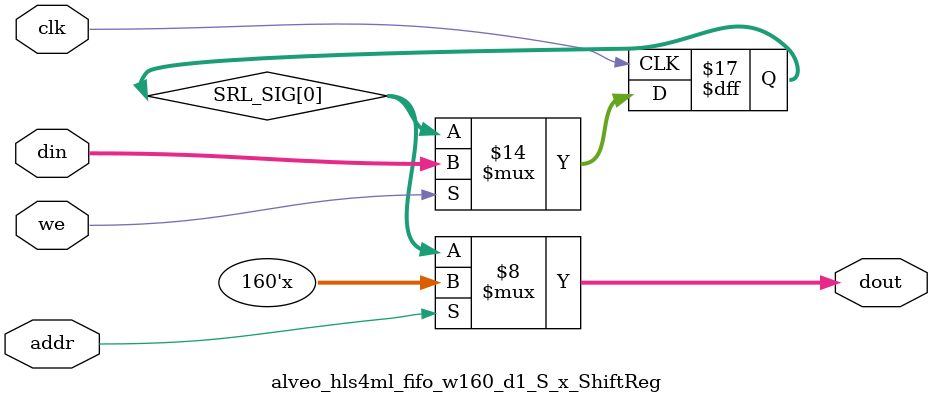
<source format=v>

`timescale 1 ns / 1 ps

module alveo_hls4ml_fifo_w160_d1_S_x
#(parameter
    MEM_STYLE   = "shiftReg",
    DATA_WIDTH  = 160,
    ADDR_WIDTH  = 1,
    DEPTH       = 1)
(
    // system signal
    input  wire                  clk,
    input  wire                  reset,

    // write
    output wire                  if_full_n,
    input  wire                  if_write_ce,
    input  wire                  if_write,
    input  wire [DATA_WIDTH-1:0] if_din,
    
    // read 
    output wire [ADDR_WIDTH:0]   if_num_data_valid, // for FRP
    output wire [ADDR_WIDTH:0]   if_fifo_cap,       // for FRP
    output wire                  if_empty_n,
    input  wire                  if_read_ce,
    input  wire                  if_read,
    output wire [DATA_WIDTH-1:0] if_dout
);
//------------------------Parameter----------------------

//------------------------Local signal-------------------
wire [ADDR_WIDTH-1:0] addr;
wire                  push;
wire                  pop;
reg signed [ADDR_WIDTH:0]   mOutPtr;
reg                   empty_n = 1'b0;
reg                   full_n  = 1'b1;
// with almost full?  no 
//------------------------Instantiation------------------
alveo_hls4ml_fifo_w160_d1_S_x_ShiftReg 
#(  .DATA_WIDTH (DATA_WIDTH),
    .ADDR_WIDTH (ADDR_WIDTH),
    .DEPTH      (DEPTH))
U_alveo_hls4ml_fifo_w160_d1_S_x_ShiftReg (
    .clk        (clk),
    .we         (push),
    .addr       (addr),
    .din        (if_din),
    .dout       (if_dout)
);
//------------------------Task and function--------------

//------------------------Body---------------------------
// has num_data_valid ? 
assign if_num_data_valid = mOutPtr + 1'b1; // yes
assign if_fifo_cap = DEPTH; // yes 

// has almost full ? 
assign if_full_n  = full_n; //no 
assign if_empty_n = empty_n;

assign push = (if_write & if_write_ce) & full_n;
assign pop  = (if_read & if_read_ce) & empty_n;
assign addr = mOutPtr[ADDR_WIDTH] == 1'b0 ? mOutPtr[ADDR_WIDTH-1:0]:{ADDR_WIDTH{1'b0}};

// full_n
always @(posedge clk ) begin
    if (reset == 1'b1)
        full_n <= 1'b1;
    else if (push & ~pop) begin
        if (mOutPtr == DEPTH - 2)
            full_n <= 1'b0;
    end
    else if (~push & pop)
        full_n <= 1'b1;
end

// almost_full_n 

// empty_n
always @(posedge clk ) begin
    if (reset == 1'b1)
        empty_n <= 1'b0;
    else if (push & ~pop)
        empty_n <= 1'b1;
    else if (~push & pop) begin
        if (mOutPtr == 0)
            empty_n <= 1'b0;
    end
end

// mOutPtr
always @(posedge clk ) begin
    if (reset == 1'b1)
        mOutPtr <= {ADDR_WIDTH+1{1'b1}};
    else if (push & ~pop)
        mOutPtr <= mOutPtr + 1'b1;
    else if (~push & pop)
        mOutPtr <= mOutPtr - 1'b1;
end

endmodule  


module alveo_hls4ml_fifo_w160_d1_S_x_ShiftReg
#(parameter
    DATA_WIDTH  = 160,
    ADDR_WIDTH  = 1,
    DEPTH       = 1)
(
    input  wire                  clk,
    input  wire                  we,
    input  wire [ADDR_WIDTH-1:0] addr,
    input  wire [DATA_WIDTH-1:0] din,
    output wire [DATA_WIDTH-1:0] dout
);

reg [DATA_WIDTH-1:0] SRL_SIG [0:DEPTH-1];
integer i;

always @ (posedge clk) begin
    if (we) begin
        for (i=0; i<DEPTH-1; i=i+1)
            SRL_SIG[i+1] <= SRL_SIG[i];
        SRL_SIG[0] <= din;
    end
end

assign dout = SRL_SIG[addr];

endmodule

</source>
